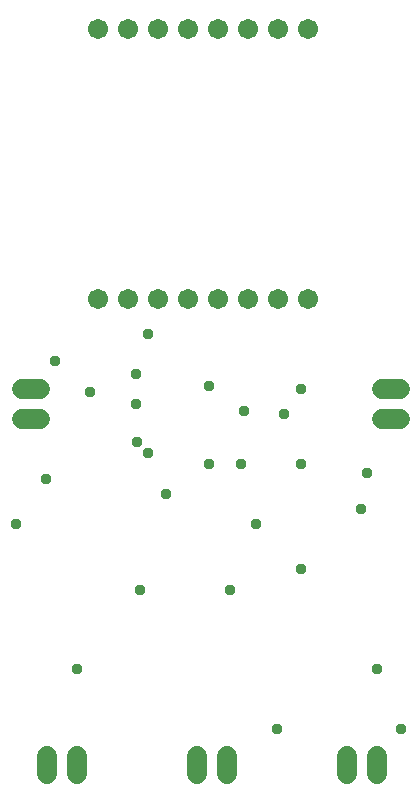
<source format=gbr>
G04 EAGLE Gerber RS-274X export*
G75*
%MOMM*%
%FSLAX34Y34*%
%LPD*%
%INSoldermask Bottom*%
%IPPOS*%
%AMOC8*
5,1,8,0,0,1.08239X$1,22.5*%
G01*
%ADD10C,1.727200*%
%ADD11C,1.711200*%
%ADD12C,0.959600*%


D10*
X51816Y42672D02*
X51816Y57912D01*
X77216Y57912D02*
X77216Y42672D01*
X178816Y42672D02*
X178816Y57912D01*
X204216Y57912D02*
X204216Y42672D01*
X305816Y42672D02*
X305816Y57912D01*
X331216Y57912D02*
X331216Y42672D01*
X45720Y342900D02*
X30480Y342900D01*
X30480Y368300D02*
X45720Y368300D01*
X335280Y342900D02*
X350520Y342900D01*
X350520Y368300D02*
X335280Y368300D01*
D11*
X247650Y444500D03*
X222250Y444500D03*
X196850Y444500D03*
X171450Y444500D03*
X146050Y444500D03*
X120650Y444500D03*
X95250Y444500D03*
X247650Y673100D03*
X222250Y673100D03*
X196850Y673100D03*
X171450Y673100D03*
X146050Y673100D03*
X120650Y673100D03*
X95250Y673100D03*
X273050Y444500D03*
X273050Y673100D03*
D12*
X58928Y392176D03*
X50800Y292100D03*
X25400Y254000D03*
X215900Y304800D03*
X152400Y279400D03*
X266700Y368300D03*
X331216Y131572D03*
X228600Y254000D03*
X266700Y304800D03*
X266700Y215900D03*
X317500Y266700D03*
X77216Y131572D03*
X127000Y381000D03*
X127000Y355600D03*
X131064Y198120D03*
X207264Y198120D03*
X322580Y297180D03*
X218440Y349758D03*
X188976Y304800D03*
X128016Y323088D03*
X137160Y313944D03*
X88392Y365760D03*
X137160Y414528D03*
X252984Y347472D03*
X188722Y370586D03*
X246888Y80264D03*
X351536Y80264D03*
M02*

</source>
